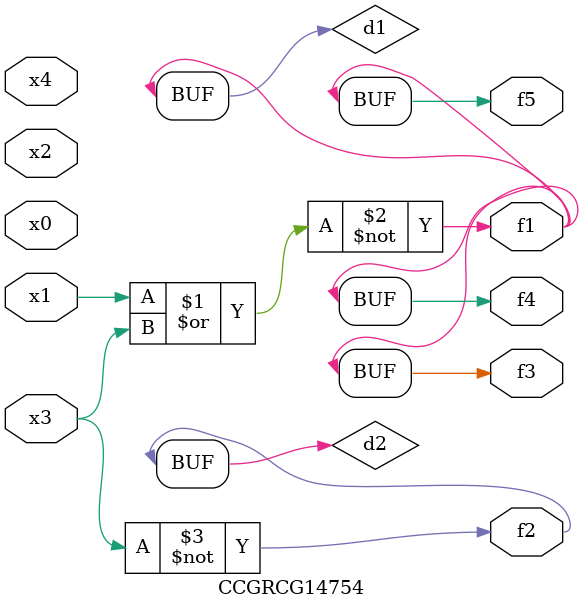
<source format=v>
module CCGRCG14754(
	input x0, x1, x2, x3, x4,
	output f1, f2, f3, f4, f5
);

	wire d1, d2;

	nor (d1, x1, x3);
	not (d2, x3);
	assign f1 = d1;
	assign f2 = d2;
	assign f3 = d1;
	assign f4 = d1;
	assign f5 = d1;
endmodule

</source>
